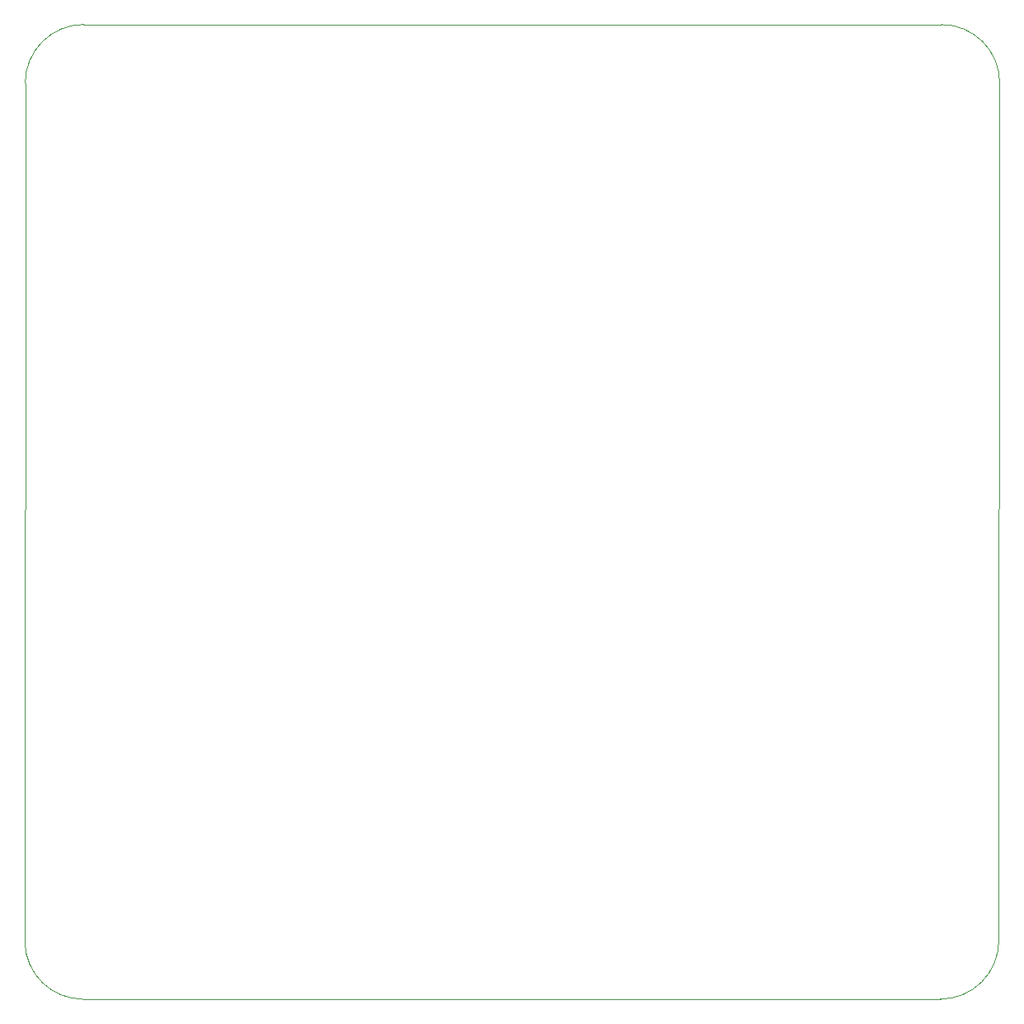
<source format=gbr>
%TF.GenerationSoftware,KiCad,Pcbnew,(6.0.7)*%
%TF.CreationDate,2023-01-28T09:17:52+03:00*%
%TF.ProjectId,Omarichet Sensor Shield 1.2,4f6d6172-6963-4686-9574-2053656e736f,rev?*%
%TF.SameCoordinates,Original*%
%TF.FileFunction,Profile,NP*%
%FSLAX46Y46*%
G04 Gerber Fmt 4.6, Leading zero omitted, Abs format (unit mm)*
G04 Created by KiCad (PCBNEW (6.0.7)) date 2023-01-28 09:17:52*
%MOMM*%
%LPD*%
G01*
G04 APERTURE LIST*
%TA.AperFunction,Profile*%
%ADD10C,0.100000*%
%TD*%
G04 APERTURE END LIST*
D10*
X85200000Y-54900000D02*
X85166448Y-143098507D01*
X185185118Y-54899899D02*
G75*
G03*
X179200000Y-48900000I-5959218J40599D01*
G01*
X91200000Y-48892803D02*
X179200000Y-48900000D01*
X85166470Y-143098506D02*
G75*
G03*
X91100000Y-148899999I5958430J159006D01*
G01*
X91200000Y-48892796D02*
G75*
G03*
X85200000Y-54900000I0J-6000004D01*
G01*
X91100000Y-148899999D02*
X179100000Y-148900000D01*
X179100000Y-148900000D02*
G75*
G03*
X185100000Y-142900000I0J6000000D01*
G01*
X185185163Y-54899899D02*
X185100000Y-142900000D01*
M02*

</source>
